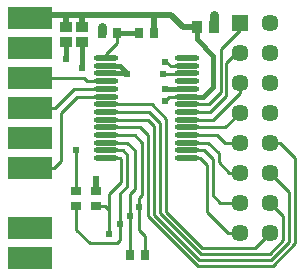
<source format=gtl>
G04 Layer_Physical_Order=1*
G04 Layer_Color=25308*
%FSLAX25Y25*%
%MOIN*%
G70*
G01*
G75*
%ADD10R,0.15000X0.07600*%
%ADD11O,0.08268X0.01772*%
%ADD12R,0.03150X0.03740*%
%ADD13R,0.03740X0.04134*%
%ADD14R,0.04134X0.03543*%
%ADD15R,0.03740X0.03150*%
%ADD16C,0.01000*%
%ADD17C,0.01500*%
%ADD18C,0.02000*%
%ADD19C,0.03000*%
%ADD20C,0.05709*%
%ADD21R,0.05709X0.05709*%
%ADD22C,0.02400*%
D10*
X110000Y282500D02*
D03*
Y292500D02*
D03*
Y302500D02*
D03*
Y312500D02*
D03*
Y322500D02*
D03*
Y332500D02*
D03*
Y262500D02*
D03*
Y252500D02*
D03*
D11*
X162583Y285866D02*
D03*
Y288425D02*
D03*
Y290984D02*
D03*
Y293543D02*
D03*
Y296102D02*
D03*
Y298661D02*
D03*
Y301220D02*
D03*
Y303780D02*
D03*
Y306339D02*
D03*
Y308898D02*
D03*
Y311457D02*
D03*
Y314016D02*
D03*
Y316575D02*
D03*
Y319134D02*
D03*
X135417Y285866D02*
D03*
Y288425D02*
D03*
Y290984D02*
D03*
Y293543D02*
D03*
Y296102D02*
D03*
Y298661D02*
D03*
Y301220D02*
D03*
Y303780D02*
D03*
Y306339D02*
D03*
Y308898D02*
D03*
Y311457D02*
D03*
Y314016D02*
D03*
Y316575D02*
D03*
Y319134D02*
D03*
D12*
X133941Y327500D02*
D03*
X139059D02*
D03*
X146441D02*
D03*
X151559D02*
D03*
X143441Y253500D02*
D03*
X148559D02*
D03*
D13*
X165646Y329500D02*
D03*
X171354D02*
D03*
D14*
X127500Y324342D02*
D03*
Y329658D02*
D03*
X122000Y324342D02*
D03*
Y329658D02*
D03*
D15*
X132000Y274959D02*
D03*
Y269841D02*
D03*
X125500Y274959D02*
D03*
Y269841D02*
D03*
D16*
X146500Y262000D02*
Y269500D01*
Y262000D02*
X148559Y259941D01*
Y254000D02*
Y259941D01*
X162583Y285866D02*
X166634D01*
X169000Y283500D01*
X162583Y288425D02*
X168075D01*
X171000Y285500D01*
X169516Y290984D02*
X173000Y287500D01*
X162583Y290984D02*
X169516D01*
X162583Y301220D02*
X170220D01*
X175500Y306500D01*
X162583Y303780D02*
X169780D01*
X162583Y296102D02*
X175102D01*
X169780Y303780D02*
X173800Y307800D01*
X139059Y324059D02*
Y327500D01*
X135417Y320417D02*
X139059Y324059D01*
X135417Y319134D02*
Y320417D01*
X175500Y306500D02*
Y317500D01*
X177750Y319750D01*
X173800Y307800D02*
Y322300D01*
X180000Y328500D01*
Y331000D01*
X162583Y298661D02*
X171161D01*
X180000Y307500D01*
Y310000D01*
X175102Y296102D02*
X180000Y301000D01*
X176500Y281000D02*
X181000D01*
X173000Y284500D02*
X176500Y281000D01*
X173000Y284500D02*
Y287500D01*
X162583Y293543D02*
X172457D01*
X175000Y291000D01*
X180000D01*
X181000Y290000D01*
X185000Y256000D02*
X190000Y261000D01*
X150721Y303780D02*
X155500Y299000D01*
X135417Y303780D02*
X150721D01*
X135417Y301220D02*
X149779D01*
X153500Y297500D01*
X190000Y271000D02*
X194500Y266500D01*
X190000Y254000D02*
X194500Y258500D01*
Y266500D01*
X135417Y298661D02*
X149339D01*
X151500Y296500D01*
X190500Y252000D02*
X196500Y258000D01*
Y274500D01*
X190000Y281000D02*
X196500Y274500D01*
X190000Y291000D02*
X193500D01*
X198500Y286000D01*
Y257500D02*
Y286000D01*
X191000Y250000D02*
X198500Y257500D01*
X146898Y296102D02*
X149500Y293500D01*
X135417Y296102D02*
X146898D01*
X135417Y288425D02*
X141075D01*
X142575Y286925D01*
Y276575D02*
Y286925D01*
X135417Y290984D02*
X142516D01*
X145016Y288484D01*
Y275516D02*
Y288484D01*
X135417Y293543D02*
X144957D01*
X147500Y291000D01*
Y273500D02*
Y291000D01*
X146500Y272500D02*
X147500Y273500D01*
X143500Y274000D02*
X145016Y275516D01*
X143500Y266500D02*
Y274000D01*
X140000D02*
X142575Y276575D01*
X140000Y264000D02*
Y274000D01*
X136500D02*
X140500Y278000D01*
X135417Y285866D02*
X140134D01*
X140500Y285500D01*
Y278000D02*
Y285500D01*
X146500Y269500D02*
Y272500D01*
X149500Y266500D02*
Y293500D01*
Y266500D02*
X166000Y250000D01*
X191000D01*
X151500Y267000D02*
Y296500D01*
Y267000D02*
X166500Y252000D01*
X190500D01*
X153500Y267500D02*
Y297500D01*
Y267500D02*
X167000Y254000D01*
X190000D01*
X155500Y268000D02*
Y299000D01*
Y268000D02*
X167500Y256000D01*
X185000D01*
X110000Y312500D02*
X128000D01*
X129043Y311457D01*
X135417D01*
X110000Y282500D02*
X118000D01*
X110000Y302500D02*
X118500D01*
X124898Y308898D01*
X135417D01*
X118000Y282500D02*
X120500Y285000D01*
Y301000D01*
X125839Y306339D01*
X135417D01*
X154500Y314000D02*
X162567D01*
X155000Y318000D02*
X155500D01*
X156925Y316575D01*
X162583D01*
X132000Y269841D02*
X135159D01*
X136500Y268500D01*
Y260500D02*
Y268500D01*
Y274000D01*
X140000Y258500D02*
Y264000D01*
X125500Y262000D02*
Y269841D01*
Y262000D02*
X130000Y257500D01*
X139000D01*
X140000Y258500D01*
X143500Y254000D02*
Y266500D01*
X125500Y274959D02*
Y288500D01*
X155000Y305000D02*
X156339Y306339D01*
X162583D01*
X169000Y268000D02*
Y283500D01*
Y268000D02*
X176000Y261000D01*
X181000D01*
X171000Y273500D02*
Y285500D01*
Y273500D02*
X173500Y271000D01*
X181000D01*
D17*
X162583Y306339D02*
X167839D01*
X171000Y309500D01*
Y320000D01*
X165646Y325354D02*
X171000Y320000D01*
X165646Y325354D02*
Y329500D01*
X139059Y327500D02*
X146441D01*
X122000Y319000D02*
Y324342D01*
X155102Y308898D02*
X162583D01*
X135417Y314016D02*
X142484D01*
X135417Y316575D02*
X139925D01*
X142484Y314016D01*
X127500Y316000D02*
Y324000D01*
D18*
X161000Y329500D02*
X165646D01*
X151559Y327500D02*
Y332441D01*
X127500Y333500D02*
X157000D01*
X161000Y329500D01*
X122000Y333500D02*
X127500D01*
Y329658D02*
Y333500D01*
X110000Y332500D02*
X111000Y333500D01*
X122000D01*
Y329658D02*
Y333500D01*
X132000Y274959D02*
Y278900D01*
D19*
X171500Y329646D02*
Y333500D01*
X134000Y327559D02*
Y329500D01*
D20*
X190000Y261000D02*
D03*
Y271000D02*
D03*
Y281000D02*
D03*
Y291000D02*
D03*
Y301000D02*
D03*
Y311000D02*
D03*
Y321000D02*
D03*
Y331000D02*
D03*
X180000Y261000D02*
D03*
Y271000D02*
D03*
Y281000D02*
D03*
Y291000D02*
D03*
Y301000D02*
D03*
Y311000D02*
D03*
Y321000D02*
D03*
D21*
Y331000D02*
D03*
D22*
X143500Y266500D02*
D03*
X140000Y264000D02*
D03*
X136500Y260500D02*
D03*
X146500Y269500D02*
D03*
X154500Y314000D02*
D03*
X155000Y318000D02*
D03*
X122000Y319000D02*
D03*
X171500Y333500D02*
D03*
X134000Y329500D02*
D03*
X155000Y309000D02*
D03*
X142500Y314000D02*
D03*
X127500Y316000D02*
D03*
X132000Y278900D02*
D03*
X125500Y288500D02*
D03*
X155000Y305000D02*
D03*
M02*

</source>
